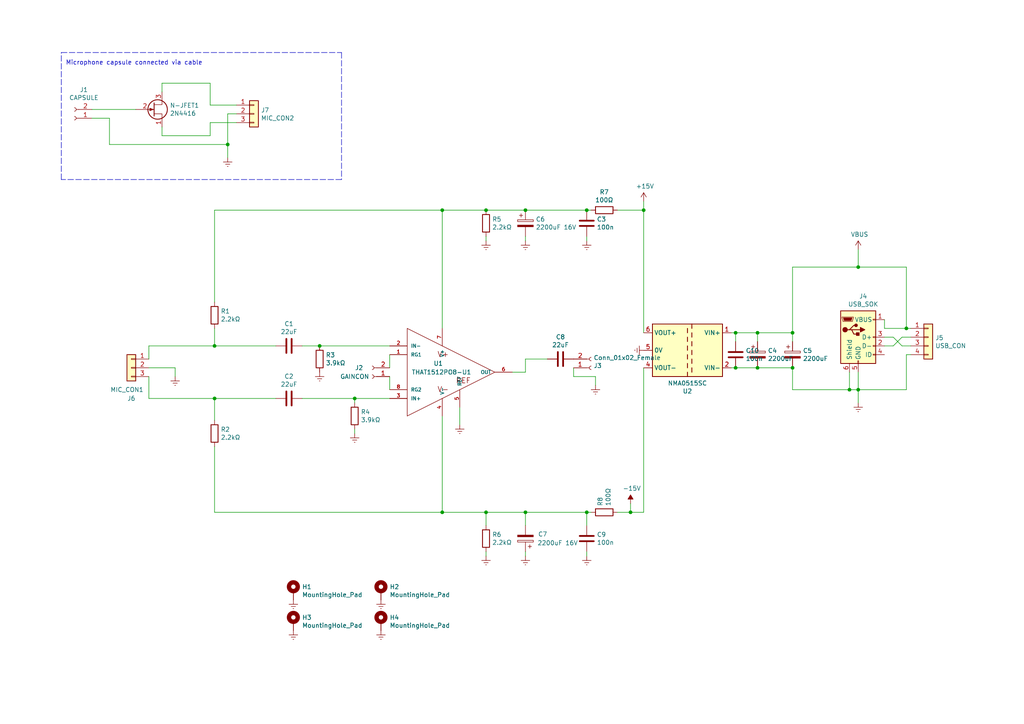
<source format=kicad_sch>
(kicad_sch (version 20211123) (generator eeschema)
  (paper "A4")
  (lib_symbols
    (symbol "Connector:Conn_01x02_Female" (pin_names (offset 1.016) hide)
      (property "Reference" "J" (at 0 2.54 0))
      (property "Value" "Conn_01x02_Female" (at 0 -5.08 0))
      (symbol "Conn_01x02_Female_1_1"
        (arc (start 0 -2.032) (mid -0.508 -2.54) (end 0 -3.048) (stroke (width 0.1524)))
        (polyline (pts (xy -1.27 -2.54) (xy -0.508 -2.54)) (stroke (width 0.1524)))
        (polyline (pts (xy -1.27 0) (xy -0.508 0)) (stroke (width 0.1524)))
        (arc (start 0 0.508) (mid -0.508 0) (end 0 -0.508) (stroke (width 0.1524)))
        (pin passive line (at -5.08 0 0) (length 3.81) (name "Pin_1") (number "1"))
        (pin passive line (at -5.08 -2.54 0) (length 3.81) (name "Pin_2") (number "2"))
      )
    )
    (symbol "Connector:USB_B_Micro" (pin_names (offset 1.016))
      (property "Reference" "J" (at -5.08 11.43 0))
      (property "Value" "USB_B_Micro" (at -5.08 8.89 0))
      (symbol "USB_B_Micro_0_1"
        (rectangle (start -5.08 -7.62) (end 5.08 7.62) (stroke (width 0.254)) (fill (type background)))
        (circle (center -3.81 2.159) (radius 0.635) (stroke (width 0.254)) (fill (type outline)))
        (circle (center -0.635 3.429) (radius 0.381) (stroke (width 0.254)) (fill (type outline)))
        (rectangle (start -0.127 -7.62) (end 0.127 -6.858))
        (polyline (pts (xy -1.905 2.159) (xy 0.635 2.159)) (stroke (width 0.254)))
        (polyline (pts (xy -3.175 2.159) (xy -2.54 2.159) (xy -1.27 3.429) (xy -0.635 3.429)) (stroke (width 0.254)))
        (polyline (pts (xy -2.54 2.159) (xy -1.905 2.159) (xy -1.27 0.889) (xy 0 0.889)) (stroke (width 0.254)))
        (polyline (pts (xy 0.635 2.794) (xy 0.635 1.524) (xy 1.905 2.159) (xy 0.635 2.794)) (stroke (width 0.254)) (fill (type outline)))
        (polyline (pts (xy -4.318 5.588) (xy -1.778 5.588) (xy -2.032 4.826) (xy -4.064 4.826) (xy -4.318 5.588)) (fill (type outline)))
        (polyline (pts (xy -4.699 5.842) (xy -4.699 5.588) (xy -4.445 4.826) (xy -4.445 4.572) (xy -1.651 4.572) (xy -1.651 4.826) (xy -1.397 5.588) (xy -1.397 5.842) (xy -4.699 5.842)))
        (rectangle (start 0.254 1.27) (end -0.508 0.508) (stroke (width 0.254)) (fill (type outline)))
        (rectangle (start 5.08 -5.207) (end 4.318 -4.953))
        (rectangle (start 5.08 -2.667) (end 4.318 -2.413))
        (rectangle (start 5.08 -0.127) (end 4.318 0.127))
        (rectangle (start 5.08 4.953) (end 4.318 5.207))
      )
      (symbol "USB_B_Micro_1_1"
        (pin power_out line (at 7.62 5.08 180) (length 2.54) (name "VBUS") (number "1"))
        (pin bidirectional line (at 7.62 -2.54 180) (length 2.54) (name "D-") (number "2"))
        (pin bidirectional line (at 7.62 0 180) (length 2.54) (name "D+") (number "3"))
        (pin passive line (at 7.62 -5.08 180) (length 2.54) (name "ID") (number "4"))
        (pin power_out line (at 0 -10.16 90) (length 2.54) (name "GND") (number "5"))
        (pin passive line (at -2.54 -10.16 90) (length 2.54) (name "Shield") (number "6"))
      )
    )
    (symbol "Connector_Generic:Conn_01x03" (pin_names (offset 1.016) hide)
      (property "Reference" "J" (at 0 5.08 0))
      (property "Value" "Conn_01x03" (at 0 -5.08 0))
      (symbol "Conn_01x03_1_1"
        (rectangle (start -1.27 -2.413) (end 0 -2.667) (stroke (width 0.1524)))
        (rectangle (start -1.27 0.127) (end 0 -0.127) (stroke (width 0.1524)))
        (rectangle (start -1.27 2.667) (end 0 2.413) (stroke (width 0.1524)))
        (rectangle (start -1.27 3.81) (end 1.27 -3.81) (stroke (width 0.254)) (fill (type background)))
        (pin passive line (at -5.08 2.54 0) (length 3.81) (name "Pin_1") (number "1"))
        (pin passive line (at -5.08 0 0) (length 3.81) (name "Pin_2") (number "2"))
        (pin passive line (at -5.08 -2.54 0) (length 3.81) (name "Pin_3") (number "3"))
      )
    )
    (symbol "Connector_Generic:Conn_01x04" (pin_names (offset 1.016) hide)
      (property "Reference" "J" (at 0 5.08 0))
      (property "Value" "Conn_01x04" (at 0 -7.62 0))
      (symbol "Conn_01x04_1_1"
        (rectangle (start -1.27 -4.953) (end 0 -5.207) (stroke (width 0.1524)))
        (rectangle (start -1.27 -2.413) (end 0 -2.667) (stroke (width 0.1524)))
        (rectangle (start -1.27 0.127) (end 0 -0.127) (stroke (width 0.1524)))
        (rectangle (start -1.27 2.667) (end 0 2.413) (stroke (width 0.1524)))
        (rectangle (start -1.27 3.81) (end 1.27 -6.35) (stroke (width 0.254)) (fill (type background)))
        (pin passive line (at -5.08 2.54 0) (length 3.81) (name "Pin_1") (number "1"))
        (pin passive line (at -5.08 0 0) (length 3.81) (name "Pin_2") (number "2"))
        (pin passive line (at -5.08 -2.54 0) (length 3.81) (name "Pin_3") (number "3"))
        (pin passive line (at -5.08 -5.08 0) (length 3.81) (name "Pin_4") (number "4"))
      )
    )
    (symbol "Device:C" (pin_numbers hide) (pin_names (offset 0.254))
      (property "Reference" "C" (at 0.635 2.54 0))
      (property "Value" "C" (at 0.635 -2.54 0))
      (symbol "C_0_1"
        (polyline (pts (xy -2.032 -0.762) (xy 2.032 -0.762)) (stroke (width 0.508)))
        (polyline (pts (xy -2.032 0.762) (xy 2.032 0.762)) (stroke (width 0.508)))
      )
      (symbol "C_1_1"
        (pin passive line (at 0 3.81 270) (length 2.794) (name "~") (number "1"))
        (pin passive line (at 0 -3.81 90) (length 2.794) (name "~") (number "2"))
      )
    )
    (symbol "Device:CP" (pin_numbers hide) (pin_names (offset 0.254))
      (property "Reference" "C" (at 0.635 2.54 0))
      (property "Value" "Device_CP" (at 0.635 -2.54 0))
      (symbol "CP_0_1"
        (rectangle (start -2.286 0.508) (end 2.286 1.016))
        (polyline (pts (xy -1.778 2.286) (xy -0.762 2.286)))
        (polyline (pts (xy -1.27 2.794) (xy -1.27 1.778)))
        (rectangle (start 2.286 -0.508) (end -2.286 -1.016) (fill (type outline)))
      )
      (symbol "CP_1_1"
        (pin passive line (at 0 3.81 270) (length 2.794) (name "~") (number "1"))
        (pin passive line (at 0 -3.81 90) (length 2.794) (name "~") (number "2"))
      )
    )
    (symbol "Device:Q_NJFET_SGD" (pin_names (offset 0) hide)
      (property "Reference" "Q" (at 5.08 1.27 0))
      (property "Value" "Q_NJFET_SGD" (at 5.08 -1.27 0))
      (symbol "Q_NJFET_SGD_0_1"
        (polyline (pts (xy 0.254 1.905) (xy 0.254 -1.905) (xy 0.254 -1.905)) (stroke (width 0.254)))
        (polyline (pts (xy 2.54 -2.54) (xy 2.54 -1.27) (xy 0.254 -1.27)))
        (polyline (pts (xy 2.54 2.54) (xy 2.54 1.397) (xy 0.254 1.397)))
        (polyline (pts (xy 0 0) (xy -1.016 0.381) (xy -1.016 -0.381) (xy 0 0)) (fill (type outline)))
        (circle (center 1.27 0) (radius 2.8194) (stroke (width 0.254)))
      )
      (symbol "Q_NJFET_SGD_1_1"
        (pin passive line (at 2.54 -5.08 90) (length 2.54) (name "S") (number "1"))
        (pin input line (at -5.08 0 0) (length 5.334) (name "G") (number "2"))
        (pin passive line (at 2.54 5.08 270) (length 2.54) (name "D") (number "3"))
      )
    )
    (symbol "Device:R" (pin_numbers hide) (pin_names (offset 0))
      (property "Reference" "R" (at 2.032 0 90))
      (property "Value" "R" (at 0 0 90))
      (symbol "R_0_1"
        (rectangle (start -1.016 -2.54) (end 1.016 2.54) (stroke (width 0.254)))
      )
      (symbol "R_1_1"
        (pin passive line (at 0 3.81 270) (length 1.27) (name "~") (number "1"))
        (pin passive line (at 0 -3.81 90) (length 1.27) (name "~") (number "2"))
      )
    )
    (symbol "Mechanical:MountingHole_Pad" (pin_numbers hide) (pin_names (offset 1.016) hide)
      (property "Reference" "H" (at 0 6.35 0))
      (property "Value" "MountingHole_Pad" (at 0 4.445 0))
      (symbol "MountingHole_Pad_0_1"
        (circle (center 0 1.27) (radius 1.27) (stroke (width 1.27)))
      )
      (symbol "MountingHole_Pad_1_1"
        (pin input line (at 0 -2.54 90) (length 2.54) (name "1") (number "1"))
      )
    )
    (symbol "Regulator_Switching:NMA0515SC"
      (property "Reference" "U" (at -10.16 8.89 0))
      (property "Value" "NMA0515SC" (at 0 8.89 0))
      (symbol "NMA0515SC_0_1"
        (rectangle (start -10.16 7.62) (end 10.16 -7.62) (stroke (width 0.254)) (fill (type background)))
        (polyline (pts (xy -1.27 -5.08) (xy -1.27 -6.35)) (stroke (width 0.254)))
        (polyline (pts (xy -1.27 -2.54) (xy -1.27 -3.81)) (stroke (width 0.254)))
        (polyline (pts (xy -1.27 0) (xy -1.27 -1.27)) (stroke (width 0.254)))
        (polyline (pts (xy -1.27 2.54) (xy -1.27 1.27)) (stroke (width 0.254)))
        (polyline (pts (xy -1.27 5.08) (xy -1.27 3.81)) (stroke (width 0.254)))
        (polyline (pts (xy -1.27 7.62) (xy -1.27 6.35)) (stroke (width 0.254)))
        (polyline (pts (xy 0 -7.62) (xy 0 -6.35)) (stroke (width 0.254)))
        (polyline (pts (xy 0 -5.08) (xy 0 -3.81)) (stroke (width 0.254)))
        (polyline (pts (xy 0 -1.27) (xy 0 -2.54)) (stroke (width 0.254)))
        (polyline (pts (xy 0 0) (xy 0 1.27)) (stroke (width 0.254)))
        (polyline (pts (xy 0 2.54) (xy 0 3.81)) (stroke (width 0.254)))
        (polyline (pts (xy 0 5.08) (xy 0 6.35)) (stroke (width 0.254)))
      )
      (symbol "NMA0515SC_1_1"
        (pin power_in line (at -12.7 5.08 0) (length 2.54) (name "VIN+") (number "1"))
        (pin power_in line (at -12.7 -5.08 0) (length 2.54) (name "VIN-") (number "2"))
        (pin power_out line (at 12.7 -5.08 180) (length 2.54) (name "VOUT-") (number "4"))
        (pin power_out line (at 12.7 0 180) (length 2.54) (name "0V") (number "5"))
        (pin power_out line (at 12.7 5.08 180) (length 2.54) (name "VOUT+") (number "6"))
      )
    )
    (symbol "diy-schematics-rescue:THAT1512PO8-U-that-corp" (pin_names (offset 1.016))
      (property "Reference" "U" (at 7.62 7.62 0))
      (property "Value" "THAT1512PO8-U-that-corp" (at 7.62 5.08 0))
      (symbol "THAT1512PO8-U-that-corp_1_0"
        (polyline (pts (xy -10.16 -12.7) (xy 15.24 0)))
        (polyline (pts (xy -10.16 12.7) (xy -10.16 -12.7)))
        (polyline (pts (xy 15.24 0) (xy -10.16 12.7)))
        (text "REF" (at 6.096 -2.413 0) (effects (font (size 1.524 1.524))))
        (text "V+" (at 0.254 5.207 0) (effects (font (size 1.524 1.524))))
        (text "V-" (at 0.254 -4.953 0) (effects (font (size 1.524 1.524))))
      )
      (symbol "THAT1512PO8-U-that-corp_1_1"
        (pin input line (at -15.24 5.08 0) (length 5.08) (name "RG1") (number "1"))
        (pin input line (at -15.24 7.62 0) (length 5.08) (name "IN-") (number "2"))
        (pin input line (at -15.24 -7.62 0) (length 5.08) (name "IN+") (number "3"))
        (pin power_in line (at 0 -12.7 90) (length 5.08) (name "V-") (number "4"))
        (pin input line (at 5.08 -10.16 90) (length 5.08) (name "REF") (number "5"))
        (pin output line (at 20.32 0 180) (length 5.08) (name "OUT") (number "6"))
        (pin power_in line (at 0 12.7 270) (length 5.08) (name "V+") (number "7"))
        (pin input line (at -15.24 -5.08 0) (length 5.08) (name "RG2") (number "8"))
      )
    )
    (symbol "power:+15V" (power) (pin_names (offset 0))
      (property "Value" "+15V" (at 0 3.556 0))
      (symbol "+15V_0_1"
        (polyline (pts (xy -0.762 1.27) (xy 0 2.54)))
        (polyline (pts (xy 0 0) (xy 0 2.54)))
        (polyline (pts (xy 0 2.54) (xy 0.762 1.27)))
      )
      (symbol "+15V_1_1"
        (pin power_in line (at 0 0 90) (length 0) hide (name "+15V") (number "1"))
      )
    )
    (symbol "power:-15V" (power) (pin_names (offset 0))
      (property "Value" "-15V" (at 0 3.81 0))
      (symbol "-15V_0_0"
        (pin power_in line (at 0 0 90) (length 0) hide (name "-15V") (number "1"))
      )
      (symbol "-15V_0_1"
        (polyline (pts (xy 0 0) (xy 0 1.27) (xy 0.762 1.27) (xy 0 2.54) (xy -0.762 1.27) (xy 0 1.27)) (fill (type outline)))
      )
    )
    (symbol "power:Earth" (power) (pin_names (offset 0))
      (symbol "Earth_0_1"
        (polyline (pts (xy -0.635 -1.905) (xy 0.635 -1.905)))
        (polyline (pts (xy -0.127 -2.54) (xy 0.127 -2.54)))
        (polyline (pts (xy 0 -1.27) (xy 0 0)))
        (polyline (pts (xy 1.27 -1.27) (xy -1.27 -1.27)))
      )
      (symbol "Earth_1_1"
        (pin power_in line (at 0 0 270) (length 0) hide (name "Earth") (number "1"))
      )
    )
    (symbol "power:VBUS" (power) (pin_names (offset 0))
      (property "Value" "VBUS" (at 0 3.81 0))
      (symbol "VBUS_0_1"
        (polyline (pts (xy -0.762 1.27) (xy 0 2.54)))
        (polyline (pts (xy 0 0) (xy 0 2.54)))
        (polyline (pts (xy 0 2.54) (xy 0.762 1.27)))
      )
      (symbol "VBUS_1_1"
        (pin power_in line (at 0 0 90) (length 0) hide (name "VBUS") (number "1"))
      )
    )
  )
  (junction (at 62.23 115.57))
  (junction (at 140.97 60.96))
  (junction (at 128.27 148.59))
  (junction (at 229.87 96.52))
  (junction (at 229.87 106.68))
  (junction (at 140.97 148.59))
  (junction (at 262.89 95.25))
  (junction (at 213.36 96.52))
  (junction (at 128.27 60.96))
  (junction (at 170.18 60.96))
  (junction (at 102.87 115.57))
  (junction (at 186.69 60.96))
  (junction (at 152.4 60.96))
  (junction (at 152.4 148.59))
  (junction (at 219.71 106.68))
  (junction (at 248.92 77.47))
  (junction (at 62.23 100.33))
  (junction (at 246.38 113.03))
  (junction (at 213.36 106.68))
  (junction (at 170.18 148.59))
  (junction (at 92.71 100.33))
  (junction (at 219.71 96.52))
  (junction (at 66.04 41.91))
  (junction (at 182.88 148.59))
  (junction (at 248.92 113.03))
  (wire (pts (xy 256.54 92.71) (xy 256.54 95.25)))
  (wire (pts (xy 186.69 58.42) (xy 186.69 60.96)))
  (wire (pts (xy 46.99 39.37) (xy 60.96 39.37)))
  (wire (pts (xy 246.38 113.03) (xy 248.92 113.03)))
  (wire (pts (xy 166.37 109.22) (xy 166.37 106.68)))
  (wire (pts (xy 113.03 102.87) (xy 113.03 106.68)))
  (wire (pts (xy 262.89 77.47) (xy 262.89 95.25)))
  (wire (pts (xy 152.4 148.59) (xy 170.18 148.59)))
  (wire (pts (xy 152.4 60.96) (xy 140.97 60.96)))
  (wire (pts (xy 172.72 111.76) (xy 172.72 109.22)))
  (wire (pts (xy 87.63 100.33) (xy 92.71 100.33)))
  (wire (pts (xy 31.75 34.29) (xy 31.75 41.91)))
  (wire (pts (xy 140.97 68.58) (xy 140.97 69.85)))
  (polyline (pts (xy 99.06 52.07) (xy 17.78 52.07)))
  (wire (pts (xy 213.36 99.06) (xy 213.36 96.52)))
  (wire (pts (xy 256.54 100.33) (xy 259.08 100.33)))
  (wire (pts (xy 170.18 69.85) (xy 170.18 68.58)))
  (wire (pts (xy 213.36 106.68) (xy 219.71 106.68)))
  (wire (pts (xy 102.87 115.57) (xy 102.87 116.84)))
  (wire (pts (xy 170.18 161.29) (xy 170.18 160.02)))
  (wire (pts (xy 248.92 77.47) (xy 262.89 77.47)))
  (wire (pts (xy 248.92 72.39) (xy 248.92 77.47)))
  (wire (pts (xy 186.69 106.68) (xy 186.69 148.59)))
  (wire (pts (xy 248.92 113.03) (xy 262.89 113.03)))
  (wire (pts (xy 262.89 102.87) (xy 264.16 102.87)))
  (wire (pts (xy 179.07 60.96) (xy 186.69 60.96)))
  (wire (pts (xy 62.23 115.57) (xy 80.01 115.57)))
  (wire (pts (xy 62.23 121.92) (xy 62.23 115.57)))
  (wire (pts (xy 113.03 113.03) (xy 113.03 109.22)))
  (wire (pts (xy 43.18 104.14) (xy 43.18 100.33)))
  (wire (pts (xy 87.63 115.57) (xy 102.87 115.57)))
  (wire (pts (xy 186.69 60.96) (xy 186.69 96.52)))
  (wire (pts (xy 213.36 96.52) (xy 219.71 96.52)))
  (wire (pts (xy 128.27 60.96) (xy 140.97 60.96)))
  (wire (pts (xy 182.88 146.05) (xy 182.88 148.59)))
  (wire (pts (xy 31.75 34.29) (xy 26.67 34.29)))
  (wire (pts (xy 128.27 148.59) (xy 140.97 148.59)))
  (wire (pts (xy 140.97 160.02) (xy 140.97 161.29)))
  (wire (pts (xy 92.71 100.33) (xy 113.03 100.33)))
  (wire (pts (xy 50.8 109.22) (xy 50.8 106.68)))
  (wire (pts (xy 229.87 113.03) (xy 246.38 113.03)))
  (wire (pts (xy 102.87 124.46) (xy 102.87 125.73)))
  (wire (pts (xy 148.59 107.95) (xy 152.4 107.95)))
  (wire (pts (xy 62.23 87.63) (xy 62.23 60.96)))
  (wire (pts (xy 261.62 97.79) (xy 264.16 97.79)))
  (wire (pts (xy 31.75 41.91) (xy 66.04 41.91)))
  (polyline (pts (xy 17.78 15.24) (xy 99.06 15.24)))
  (wire (pts (xy 46.99 36.83) (xy 46.99 39.37)))
  (wire (pts (xy 66.04 33.02) (xy 68.58 33.02)))
  (wire (pts (xy 229.87 96.52) (xy 229.87 77.47)))
  (wire (pts (xy 229.87 77.47) (xy 248.92 77.47)))
  (wire (pts (xy 152.4 161.29) (xy 152.4 160.02)))
  (wire (pts (xy 140.97 148.59) (xy 152.4 148.59)))
  (wire (pts (xy 182.88 148.59) (xy 186.69 148.59)))
  (wire (pts (xy 212.09 106.68) (xy 213.36 106.68)))
  (wire (pts (xy 128.27 95.25) (xy 128.27 60.96)))
  (wire (pts (xy 248.92 113.03) (xy 248.92 107.95)))
  (wire (pts (xy 62.23 148.59) (xy 128.27 148.59)))
  (wire (pts (xy 50.8 106.68) (xy 43.18 106.68)))
  (wire (pts (xy 170.18 60.96) (xy 171.45 60.96)))
  (wire (pts (xy 140.97 148.59) (xy 140.97 152.4)))
  (wire (pts (xy 179.07 148.59) (xy 182.88 148.59)))
  (wire (pts (xy 152.4 60.96) (xy 170.18 60.96)))
  (polyline (pts (xy 99.06 15.24) (xy 99.06 52.07)))
  (wire (pts (xy 246.38 107.95) (xy 246.38 113.03)))
  (wire (pts (xy 248.92 116.84) (xy 248.92 113.03)))
  (wire (pts (xy 219.71 99.06) (xy 219.71 96.52)))
  (wire (pts (xy 152.4 152.4) (xy 152.4 148.59)))
  (wire (pts (xy 212.09 96.52) (xy 213.36 96.52)))
  (wire (pts (xy 26.67 31.75) (xy 39.37 31.75)))
  (wire (pts (xy 261.62 100.33) (xy 264.16 100.33)))
  (wire (pts (xy 66.04 41.91) (xy 66.04 33.02)))
  (wire (pts (xy 152.4 107.95) (xy 152.4 104.14)))
  (wire (pts (xy 229.87 106.68) (xy 229.87 113.03)))
  (wire (pts (xy 60.96 30.48) (xy 68.58 30.48)))
  (wire (pts (xy 60.96 35.56) (xy 68.58 35.56)))
  (wire (pts (xy 262.89 113.03) (xy 262.89 102.87)))
  (wire (pts (xy 133.35 118.11) (xy 133.35 123.19)))
  (wire (pts (xy 60.96 39.37) (xy 60.96 35.56)))
  (wire (pts (xy 170.18 148.59) (xy 171.45 148.59)))
  (wire (pts (xy 256.54 97.79) (xy 259.08 97.79)))
  (wire (pts (xy 46.99 24.13) (xy 60.96 24.13)))
  (wire (pts (xy 259.08 97.79) (xy 261.62 100.33)))
  (wire (pts (xy 152.4 68.58) (xy 152.4 69.85)))
  (wire (pts (xy 102.87 115.57) (xy 113.03 115.57)))
  (wire (pts (xy 62.23 95.25) (xy 62.23 100.33)))
  (wire (pts (xy 152.4 104.14) (xy 158.75 104.14)))
  (wire (pts (xy 46.99 26.67) (xy 46.99 24.13)))
  (wire (pts (xy 66.04 45.72) (xy 66.04 41.91)))
  (wire (pts (xy 229.87 96.52) (xy 229.87 99.06)))
  (wire (pts (xy 256.54 95.25) (xy 262.89 95.25)))
  (wire (pts (xy 219.71 96.52) (xy 229.87 96.52)))
  (wire (pts (xy 264.16 95.25) (xy 262.89 95.25)))
  (wire (pts (xy 62.23 60.96) (xy 128.27 60.96)))
  (wire (pts (xy 43.18 100.33) (xy 62.23 100.33)))
  (wire (pts (xy 219.71 106.68) (xy 229.87 106.68)))
  (wire (pts (xy 128.27 120.65) (xy 128.27 148.59)))
  (wire (pts (xy 43.18 109.22) (xy 43.18 115.57)))
  (wire (pts (xy 62.23 100.33) (xy 80.01 100.33)))
  (wire (pts (xy 170.18 152.4) (xy 170.18 148.59)))
  (wire (pts (xy 62.23 129.54) (xy 62.23 148.59)))
  (wire (pts (xy 172.72 109.22) (xy 166.37 109.22)))
  (wire (pts (xy 43.18 115.57) (xy 62.23 115.57)))
  (wire (pts (xy 60.96 24.13) (xy 60.96 30.48)))
  (wire (pts (xy 259.08 100.33) (xy 261.62 97.79)))
  (polyline (pts (xy 17.78 52.07) (xy 17.78 15.24)))
  (text "Microphone capsule connected via cable" (at 19.05 19.05 0) (effects (font (size 1.27 1.27)) (justify left bottom)))
  (symbol (lib_id "Device:R") (at 62.23 91.44 180) (unit 1)
    (property "Reference" "R1" (at 64.008 90.2716 0) (effects (justify right)))
    (property "Value" "2.2kΩ" (at 64.008 92.583 0) (effects (justify right)))
    (property "Footprint" "Resistor_THT:R_Axial_DIN0207_L6.3mm_D2.5mm_P7.62mm_Horizontal" (effects hide))
  )
  (symbol (lib_id "Device:R") (at 62.23 125.73 0) (unit 1)
    (property "Reference" "R2" (at 64.008 124.5616 0) (effects (justify left)))
    (property "Value" "2.2kΩ" (at 64.008 126.873 0) (effects (justify left)))
    (property "Footprint" "Resistor_THT:R_Axial_DIN0207_L6.3mm_D2.5mm_P7.62mm_Horizontal" (effects hide))
  )
  (symbol (lib_id "Device:Q_NJFET_SGD") (at 44.45 31.75 0) (unit 1)
    (property "Reference" "N-JFET1" (at 49.276 30.5816 0) (effects (justify left)))
    (property "Value" "2N4416" (at 49.276 32.893 0) (effects (justify left)))
    (property "Footprint" "Package_TO_SOT_THT:TO-72-4" (effects hide))
  )
  (symbol (lib_id "Device:C") (at 83.82 100.33 90) (unit 1)
    (property "Reference" "C1" (at 83.82 93.9292 90))
    (property "Value" "22uF" (at 83.82 96.2406 90))
    (property "Footprint" "Capacitor_THT:CP_Radial_D5.0mm_P2.00mm" (effects hide))
  )
  (symbol (lib_id "Device:C") (at 83.82 115.57 90) (unit 1)
    (property "Reference" "C2" (at 83.82 109.1692 90))
    (property "Value" "22uF" (at 83.82 111.4806 90))
    (property "Footprint" "Capacitor_THT:CP_Radial_D5.0mm_P2.00mm" (effects hide))
  )
  (symbol (lib_id "Connector:Conn_01x02_Female") (at 21.59 34.29 180) (unit 1)
    (property "Reference" "J1" (at 24.3332 26.035 0))
    (property "Value" "CAPSULE" (at 24.3332 28.3464 0))
    (property "Footprint" "Connector_JST:JST_XH_B2B-XH-A_1x02_P2.50mm_Vertical" (effects hide))
  )
  (symbol (lib_id "Device:R") (at 92.71 104.14 0) (unit 1)
    (property "Reference" "R3" (at 94.488 102.9716 0) (effects (justify left)))
    (property "Value" "3.9kΩ" (at 94.488 105.283 0) (effects (justify left)))
    (property "Footprint" "Resistor_THT:R_Axial_DIN0207_L6.3mm_D2.5mm_P7.62mm_Horizontal" (effects hide))
  )
  (symbol (lib_id "Device:R") (at 102.87 120.65 0) (unit 1)
    (property "Reference" "R4" (at 104.648 119.4816 0) (effects (justify left)))
    (property "Value" "3.9kΩ" (at 104.648 121.793 0) (effects (justify left)))
    (property "Footprint" "Resistor_THT:R_Axial_DIN0207_L6.3mm_D2.5mm_P7.62mm_Horizontal" (effects hide))
  )
  (symbol (lib_id "Device:C") (at 162.56 104.14 90) (unit 1)
    (property "Reference" "C8" (at 162.56 97.7392 90))
    (property "Value" "22uF" (at 162.56 100.0506 90))
    (property "Footprint" "Capacitor_THT:CP_Radial_D5.0mm_P2.00mm" (effects hide))
  )
  (symbol (lib_id "Device:CP") (at 152.4 156.21 180) (unit 1)
    (property "Reference" "C7" (at 158.75 154.94 0) (effects (justify left)))
    (property "Value" "2200uF 16V" (at 167.64 157.48 0) (effects (justify left)))
    (property "Footprint" "Capacitor_THT:CP_Radial_D12.5mm_P5.00mm" (effects hide))
  )
  (symbol (lib_id "Device:CP") (at 152.4 64.77 0) (unit 1)
    (property "Reference" "C6" (at 155.3972 63.6016 0) (effects (justify left)))
    (property "Value" "2200uF 16V" (at 155.3972 65.913 0) (effects (justify left)))
    (property "Footprint" "Capacitor_THT:CP_Radial_D12.5mm_P5.00mm" (effects hide))
  )
  (symbol (lib_id "Device:R") (at 140.97 64.77 0) (unit 1)
    (property "Reference" "R5" (at 142.748 63.6016 0) (effects (justify left)))
    (property "Value" "2.2kΩ" (at 142.748 65.913 0) (effects (justify left)))
    (property "Footprint" "Resistor_THT:R_Axial_DIN0207_L6.3mm_D2.5mm_P7.62mm_Horizontal" (effects hide))
  )
  (symbol (lib_id "Device:R") (at 140.97 156.21 0) (unit 1)
    (property "Reference" "R6" (at 142.748 155.0416 0) (effects (justify left)))
    (property "Value" "2.2kΩ" (at 142.748 157.353 0) (effects (justify left)))
    (property "Footprint" "Resistor_THT:R_Axial_DIN0207_L6.3mm_D2.5mm_P7.62mm_Horizontal" (effects hide))
  )
  (symbol (lib_id "Device:R") (at 175.26 60.96 90) (unit 1)
    (property "Reference" "R7" (at 175.26 55.7022 90))
    (property "Value" "100Ω" (at 175.26 58.0136 90))
    (property "Footprint" "Resistor_THT:R_Axial_DIN0204_L3.6mm_D1.6mm_P5.08mm_Horizontal" (effects hide))
  )
  (symbol (lib_id "Device:R") (at 175.26 148.59 90) (unit 1)
    (property "Reference" "R8" (at 174.0916 146.812 0) (effects (justify left)))
    (property "Value" "100Ω" (at 176.403 146.812 0) (effects (justify left)))
    (property "Footprint" "Resistor_THT:R_Axial_DIN0204_L3.6mm_D1.6mm_P5.08mm_Horizontal" (effects hide))
  )
  (symbol (lib_id "Regulator_Switching:NMA0515SC") (at 199.39 101.6 0) (mirror y) (unit 1)
    (property "Reference" "U2" (at 199.39 113.4618 0))
    (property "Value" "NMA0515SC" (at 199.39 111.1504 0))
    (property "Footprint" "Converter_DCDC:Converter_DCDC_muRata_NMAxxxxSC_THT" (effects hide))
    (property "Datasheet" "http://power.murata.com/data/power/ncl/kdc_nma.pdf" (effects hide))
  )
  (symbol (lib_id "Device:CP") (at 219.71 102.87 0) (unit 1)
    (property "Reference" "C4" (at 222.7072 101.7016 0) (effects (justify left)))
    (property "Value" "2200uF" (at 222.7072 104.013 0) (effects (justify left)))
    (property "Footprint" "Capacitor_THT:CP_Radial_D12.5mm_P5.00mm" (effects hide))
  )
  (symbol (lib_id "Device:CP") (at 229.87 102.87 0) (unit 1)
    (property "Reference" "C5" (at 232.8672 101.7016 0) (effects (justify left)))
    (property "Value" "2200uF" (at 232.8672 104.013 0) (effects (justify left)))
    (property "Footprint" "Capacitor_THT:CP_Radial_D12.5mm_P5.00mm" (effects hide))
  )
  (symbol (lib_id "Connector:Conn_01x02_Female") (at 107.95 109.22 180) (unit 1)
    (property "Reference" "J2" (at 104.14 106.68 0))
    (property "Value" "GAINCON" (at 102.87 109.22 0))
    (property "Footprint" "Connector_JST:JST_XH_B2B-XH-A_1x02_P2.50mm_Vertical" (effects hide))
  )
  (symbol (lib_id "diy-schematics-rescue:THAT1512PO8-U-that-corp") (at 128.27 107.95 0) (unit 1)
    (property "Reference" "U1" (at 125.73 105.41 0) (effects (justify left)))
    (property "Value" "THAT1512PO8-U1" (at 119.38 107.95 0) (effects (justify left)))
    (property "Footprint" "Package_DIP:DIP-8_W7.62mm_Socket" (effects hide))
  )
  (symbol (lib_id "power:Earth") (at 133.35 123.19 0) (unit 1)
    (property "Reference" "#PWR0101" (effects hide))
    (property "Value" "Earth" (effects hide))
  )
  (symbol (lib_id "power:Earth") (at 140.97 161.29 0) (unit 1)
    (property "Reference" "#PWR0102" (effects hide))
    (property "Value" "Earth" (effects hide))
  )
  (symbol (lib_id "power:Earth") (at 152.4 161.29 0) (unit 1)
    (property "Reference" "#PWR0103" (effects hide))
    (property "Value" "Earth" (effects hide))
  )
  (symbol (lib_id "power:Earth") (at 140.97 69.85 0) (unit 1)
    (property "Reference" "#PWR0104" (effects hide))
    (property "Value" "Earth" (effects hide))
  )
  (symbol (lib_id "power:Earth") (at 152.4 69.85 0) (unit 1)
    (property "Reference" "#PWR0105" (effects hide))
    (property "Value" "Earth" (effects hide))
  )
  (symbol (lib_id "power:Earth") (at 186.69 101.6 270) (unit 1)
    (property "Reference" "#PWR0107" (effects hide))
    (property "Value" "Earth" (effects hide))
  )
  (symbol (lib_id "power:Earth") (at 92.71 107.95 0) (unit 1)
    (property "Reference" "#PWR0108" (effects hide))
    (property "Value" "Earth" (effects hide))
  )
  (symbol (lib_id "power:Earth") (at 102.87 125.73 0) (unit 1)
    (property "Reference" "#PWR0109" (effects hide))
    (property "Value" "Earth" (effects hide))
  )
  (symbol (lib_id "Connector:Conn_01x02_Female") (at 171.45 106.68 0) (mirror x) (unit 1)
    (property "Reference" "J3" (at 172.1612 106.0704 0) (effects (justify left)))
    (property "Value" "Conn_01x02_Female" (at 172.1612 103.759 0) (effects (justify left)))
    (property "Footprint" "Connector_JST:JST_XH_B2B-XH-A_1x02_P2.50mm_Vertical" (effects hide))
  )
  (symbol (lib_id "power:Earth") (at 172.72 111.76 0) (unit 1)
    (property "Reference" "#PWR0110" (effects hide))
    (property "Value" "Earth" (effects hide))
  )
  (symbol (lib_id "Mechanical:MountingHole_Pad") (at 85.09 171.45 0) (unit 1)
    (property "Reference" "H1" (at 87.63 170.2054 0) (effects (justify left)))
    (property "Value" "MountingHole_Pad" (at 87.63 172.5168 0) (effects (justify left)))
    (property "Footprint" "MountingHole:MountingHole_2.2mm_M2_Pad" (effects hide))
  )
  (symbol (lib_id "power:VBUS") (at 248.92 72.39 0) (unit 1)
    (property "Reference" "#PWR0111" (effects hide))
    (property "Value" "VBUS" (at 249.301 67.9958 0))
  )
  (symbol (lib_id "power:Earth") (at 85.09 173.99 0) (unit 1)
    (property "Reference" "#PWR0106" (effects hide))
    (property "Value" "Earth" (effects hide))
  )
  (symbol (lib_id "power:+15V") (at 186.69 58.42 0) (unit 1)
    (property "Reference" "#PWR0112" (effects hide))
    (property "Value" "+15V" (at 187.071 54.0258 0))
  )
  (symbol (lib_id "power:-15V") (at 182.88 146.05 0) (unit 1)
    (property "Reference" "#PWR0113" (effects hide))
    (property "Value" "-15V" (at 183.261 141.6558 0))
  )
  (symbol (lib_id "Mechanical:MountingHole_Pad") (at 85.09 180.34 0) (unit 1)
    (property "Reference" "H3" (at 87.63 179.0954 0) (effects (justify left)))
    (property "Value" "MountingHole_Pad" (at 87.63 181.4068 0) (effects (justify left)))
    (property "Footprint" "MountingHole:MountingHole_2.2mm_M2_Pad" (effects hide))
  )
  (symbol (lib_id "power:Earth") (at 85.09 182.88 0) (unit 1)
    (property "Reference" "#PWR0114" (effects hide))
    (property "Value" "Earth" (effects hide))
  )
  (symbol (lib_id "Mechanical:MountingHole_Pad") (at 110.49 171.45 0) (unit 1)
    (property "Reference" "H2" (at 113.03 170.2054 0) (effects (justify left)))
    (property "Value" "MountingHole_Pad" (at 113.03 172.5168 0) (effects (justify left)))
    (property "Footprint" "MountingHole:MountingHole_2.2mm_M2_Pad" (effects hide))
  )
  (symbol (lib_id "power:Earth") (at 110.49 173.99 0) (unit 1)
    (property "Reference" "#PWR0115" (effects hide))
    (property "Value" "Earth" (effects hide))
  )
  (symbol (lib_id "Device:C") (at 213.36 102.87 0) (unit 1)
    (property "Reference" "C10" (at 216.281 101.7016 0) (effects (justify left)))
    (property "Value" "100n" (at 216.281 104.013 0) (effects (justify left)))
    (property "Footprint" "Capacitor_THT:C_Rect_L7.2mm_W2.5mm_P5.00mm_FKS2_FKP2_MKS2_MKP2" (effects hide))
  )
  (symbol (lib_id "Mechanical:MountingHole_Pad") (at 110.49 180.34 0) (unit 1)
    (property "Reference" "H4" (at 113.03 179.0954 0) (effects (justify left)))
    (property "Value" "MountingHole_Pad" (at 113.03 181.4068 0) (effects (justify left)))
    (property "Footprint" "MountingHole:MountingHole_2.2mm_M2_Pad" (effects hide))
  )
  (symbol (lib_id "power:Earth") (at 110.49 182.88 0) (unit 1)
    (property "Reference" "#PWR0116" (effects hide))
    (property "Value" "Earth" (effects hide))
  )
  (symbol (lib_id "Device:C") (at 170.18 64.77 0) (unit 1)
    (property "Reference" "C3" (at 173.101 63.6016 0) (effects (justify left)))
    (property "Value" "100n" (at 173.101 65.913 0) (effects (justify left)))
    (property "Footprint" "Capacitor_THT:C_Rect_L7.2mm_W2.5mm_P5.00mm_FKS2_FKP2_MKS2_MKP2" (effects hide))
  )
  (symbol (lib_id "power:Earth") (at 170.18 69.85 0) (unit 1)
    (property "Reference" "#PWR01" (effects hide))
    (property "Value" "Earth" (effects hide))
  )
  (symbol (lib_id "Device:C") (at 170.18 156.21 0) (unit 1)
    (property "Reference" "C9" (at 173.101 155.0416 0) (effects (justify left)))
    (property "Value" "100n" (at 173.101 157.353 0) (effects (justify left)))
    (property "Footprint" "Capacitor_THT:C_Rect_L7.2mm_W2.5mm_P5.00mm_FKS2_FKP2_MKS2_MKP2" (effects hide))
  )
  (symbol (lib_id "power:Earth") (at 170.18 161.29 0) (unit 1)
    (property "Reference" "#PWR02" (effects hide))
    (property "Value" "Earth" (effects hide))
  )
  (symbol (lib_id "Connector:USB_B_Micro") (at 248.92 97.79 0) (unit 1)
    (property "Reference" "J4" (at 250.3678 85.9282 0))
    (property "Value" "USB_SOK" (at 250.3678 88.2396 0))
    (property "Footprint" "Connector_USB:USB_Micro-B_Amphenol_10104110_Horizontal" (effects hide))
  )
  (symbol (lib_id "power:Earth") (at 248.92 116.84 0) (unit 1)
    (property "Reference" "#PWR03" (effects hide))
    (property "Value" "Earth" (effects hide))
  )
  (symbol (lib_id "Connector_Generic:Conn_01x03") (at 38.1 106.68 0) (mirror y) (unit 1)
    (property "Reference" "J6" (at 38.1 115.57 0))
    (property "Value" "MIC_CON1" (at 36.83 113.03 0))
    (property "Footprint" "Connector_JST:JST_XH_B3B-XH-A_1x03_P2.50mm_Vertical" (effects hide))
  )
  (symbol (lib_id "power:Earth") (at 50.8 109.22 0) (unit 1)
    (property "Reference" "#PWR04" (effects hide))
    (property "Value" "Earth" (effects hide))
  )
  (symbol (lib_id "Connector_Generic:Conn_01x03") (at 73.66 33.02 0) (unit 1)
    (property "Reference" "J7" (at 75.692 31.9532 0) (effects (justify left)))
    (property "Value" "MIC_CON2" (at 75.692 34.2646 0) (effects (justify left)))
    (property "Footprint" "Connector_JST:JST_XH_B3B-XH-A_1x03_P2.50mm_Vertical" (effects hide))
  )
  (symbol (lib_id "power:Earth") (at 66.04 45.72 0) (unit 1)
    (property "Reference" "#PWR05" (effects hide))
    (property "Value" "Earth" (effects hide))
  )
  (symbol (lib_id "Connector_Generic:Conn_01x04") (at 269.24 97.79 0) (unit 1)
    (property "Reference" "J5" (at 271.272 97.9932 0) (effects (justify left)))
    (property "Value" "USB_CON" (at 271.272 100.3046 0) (effects (justify left)))
    (property "Footprint" "Connector_PinHeader_2.54mm:PinHeader_1x04_P2.54mm_Vertical" (effects hide))
  )
)
</source>
